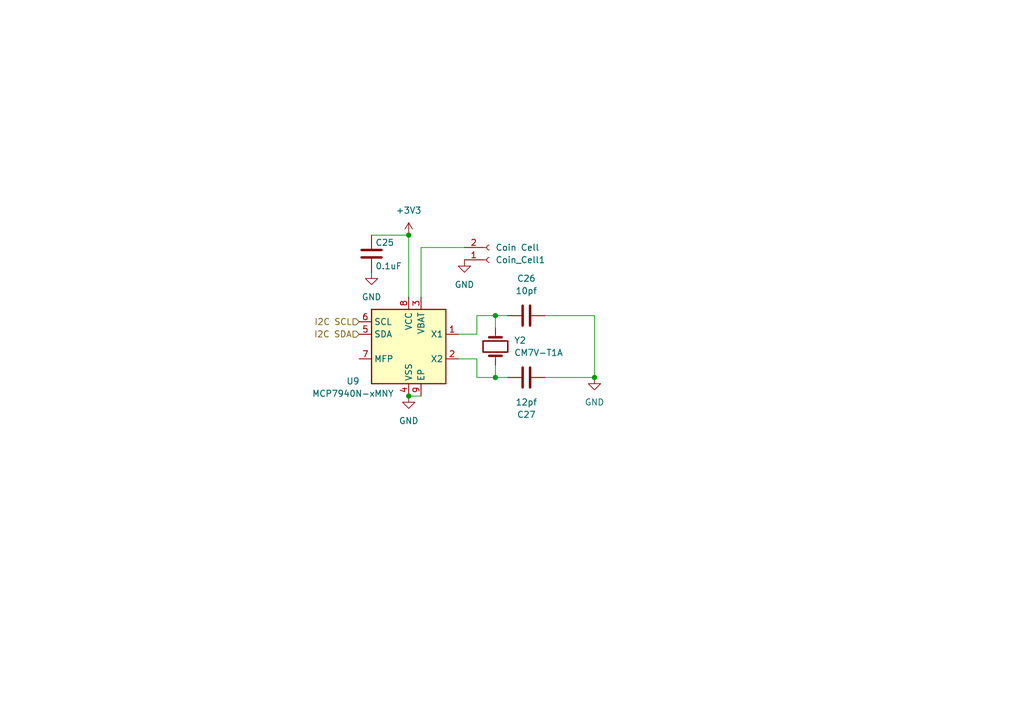
<source format=kicad_sch>
(kicad_sch (version 20250114) (generator "eeschema") (generator_version "9.0")
  (paper "A5")
  (lib_symbols
    (symbol "Connector:Conn_01x02_Socket" (pin_names (offset 1.016) (hide yes))
      (property "Reference" "J" (at 0 2.54 0))
      (property "Value" "Conn_01x02_Socket" (at 0 -5.08 0))
      (symbol "Conn_01x02_Socket_1_1"
        (polyline (pts (xy -1.27 0) (xy -0.508 0)) (stroke (width 0.1524)))
        (polyline (pts (xy -1.27 -2.54) (xy -0.508 -2.54)) (stroke (width 0.1524)))
        (arc (start 0 -0.508) (mid -0.5058 0) (end 0 0.508) (stroke (width 0.1524)))
        (arc (start 0 -3.048) (mid -0.5058 -2.54) (end 0 -2.032) (stroke (width 0.1524)))
        (pin passive line (at -5.08 0 0) (length 3.81) (name "Pin_1") (number "1"))
        (pin passive line (at -5.08 -2.54 0) (length 3.81) (name "Pin_2") (number "2"))
      )
    )
    (symbol "Device:C" (pin_numbers (hide yes)) (pin_names (offset 0.254))
      (property "Reference" "C" (at 0.635 2.54 0))
      (property "Value" "C" (at 0.635 -2.54 0))
      (symbol "C_0_1"
        (polyline (pts (xy -2.032 0.762) (xy 2.032 0.762)) (stroke (width 0.508)))
        (polyline (pts (xy -2.032 -0.762) (xy 2.032 -0.762)) (stroke (width 0.508)))
      )
      (symbol "C_1_1"
        (pin passive line (at 0 3.81 270) (length 2.794) (name "~") (number "1"))
        (pin passive line (at 0 -3.81 90) (length 2.794) (name "~") (number "2"))
      )
    )
    (symbol "Device:Crystal" (pin_numbers (hide yes)) (pin_names (offset 1.016) (hide yes))
      (property "Reference" "Y" (at 0 3.81 0))
      (property "Value" "Crystal" (at 0 -3.81 0))
      (symbol "Crystal_0_1"
        (polyline (pts (xy -2.54 0) (xy -1.905 0)))
        (polyline (pts (xy -1.905 -1.27) (xy -1.905 1.27)) (stroke (width 0.508)))
        (rectangle (start -1.143 2.54) (end 1.143 -2.54) (stroke (width 0.3048)))
        (polyline (pts (xy 1.905 -1.27) (xy 1.905 1.27)) (stroke (width 0.508)))
        (polyline (pts (xy 2.54 0) (xy 1.905 0)))
      )
      (symbol "Crystal_1_1"
        (pin passive line (at -3.81 0 0) (length 1.27) (name "1") (number "1"))
        (pin passive line (at 3.81 0 180) (length 1.27) (name "2") (number "2"))
      )
    )
    (symbol "Timer_RTC:MCP7940N-xMNY"
      (property "Reference" "U" (at -6.35 8.89 0))
      (property "Value" "MCP7940N-xMNY" (at 11.43 8.89 0))
      (symbol "MCP7940N-xMNY_0_1"
        (rectangle (start -7.62 7.62) (end 7.62 -7.62) (stroke (width 0.254)) (fill (type background)))
      )
      (symbol "MCP7940N-xMNY_1_1"
        (pin input line (at -10.16 5.08 0) (length 2.54) (name "SCL") (number "6"))
        (pin bidirectional line (at -10.16 2.54 0) (length 2.54) (name "SDA") (number "5"))
        (pin open_collector line (at -10.16 -2.54 0) (length 2.54) (name "MFP") (number "7"))
        (pin power_in line (at 0 10.16 270) (length 2.54) (name "VCC") (number "8"))
        (pin power_in line (at 0 -10.16 90) (length 2.54) (name "VSS") (number "4"))
        (pin power_in line (at 2.54 10.16 270) (length 2.54) (name "VBAT") (number "3"))
        (pin power_in line (at 2.54 -10.16 90) (length 2.54) (name "EP") (number "9"))
        (pin input line (at 10.16 2.54 180) (length 2.54) (name "X1") (number "1"))
        (pin output line (at 10.16 -2.54 180) (length 2.54) (name "X2") (number "2"))
      )
    )
    (symbol "power:+3V3" (power) (pin_numbers (hide yes)) (pin_names (offset 0) (hide yes))
      (property "Value" "+3V3" (at 0 3.556 0))
      (symbol "+3V3_0_1"
        (polyline (pts (xy -0.762 1.27) (xy 0 2.54)))
        (polyline (pts (xy 0 2.54) (xy 0.762 1.27)))
        (polyline (pts (xy 0 0) (xy 0 2.54)))
      )
      (symbol "+3V3_1_1"
        (pin power_in line (at 0 0 90) (length 0) (name "~") (number "1"))
      )
    )
    (symbol "power:GND" (power) (pin_numbers (hide yes)) (pin_names (offset 0) (hide yes))
      (property "Value" "GND" (at 0 -3.81 0))
      (symbol "GND_0_1"
        (polyline (pts (xy 0 0) (xy 0 -1.27) (xy 1.27 -1.27) (xy 0 -2.54) (xy -1.27 -1.27) (xy 0 -1.27)))
      )
      (symbol "GND_1_1"
        (pin power_in line (at 0 0 270) (length 0) (name "~") (number "1"))
      )
    )
  )
  (junction (at 121.92 77.47))
  (junction (at 101.6 77.47))
  (junction (at 83.82 48.26))
  (junction (at 101.6 64.77))
  (junction (at 83.82 81.28))
  (wire (pts (xy 111.76 77.47) (xy 121.92 77.47)))
  (wire (pts (xy 101.6 64.77) (xy 104.14 64.77)))
  (wire (pts (xy 101.6 77.47) (xy 104.14 77.47)))
  (wire (pts (xy 93.98 73.66) (xy 97.79 73.66)))
  (wire (pts (xy 97.79 73.66) (xy 97.79 77.47)))
  (wire (pts (xy 121.92 64.77) (xy 111.76 64.77)))
  (wire (pts (xy 101.6 74.93) (xy 101.6 77.47)))
  (wire (pts (xy 83.82 48.26) (xy 83.82 60.96)))
  (wire (pts (xy 101.6 64.77) (xy 101.6 67.31)))
  (wire (pts (xy 97.79 68.58) (xy 97.79 64.77)))
  (wire (pts (xy 83.82 81.28) (xy 86.36 81.28)))
  (wire (pts (xy 86.36 50.8) (xy 95.25 50.8)))
  (wire (pts (xy 97.79 77.47) (xy 101.6 77.47)))
  (wire (pts (xy 121.92 64.77) (xy 121.92 77.47)))
  (wire (pts (xy 93.98 68.58) (xy 97.79 68.58)))
  (wire (pts (xy 76.2 48.26) (xy 83.82 48.26)))
  (wire (pts (xy 97.79 64.77) (xy 101.6 64.77)))
  (wire (pts (xy 86.36 60.96) (xy 86.36 50.8)))
  (hierarchical_label "I2C SCL" (shape input) (at 73.66 66.04 180))
  (hierarchical_label "I2C SDA" (shape input) (at 73.66 68.58 180))
  (symbol (lib_id "power:GND") (at 121.92 77.47 0) (unit 1)
    (property "Reference" "#PWR072" (effects (hide yes)))
    (property "Value" "GND" (at 121.92 82.55 0))
    (property "Description" "Power symbol creates a global label with name \"GND\" , ground" (effects (hide yes)))
  )
  (symbol (lib_id "Device:C") (at 76.2 52.07 0) (unit 1)
    (property "Reference" "C25" (at 76.962 49.784 0) (effects (justify left)))
    (property "Value" "0.1uF" (at 76.962 54.61 0) (effects (justify left)))
    (property "Footprint" "Capacitor_SMD:C_0402_1005Metric_Pad0.74x0.62mm_HandSolder" (effects (hide yes)))
    (property "Description" "Unpolarized capacitor" (effects (hide yes)))
  )
  (symbol (lib_id "Timer_RTC:MCP7940N-xMNY") (at 83.82 71.12 0) (unit 1)
    (property "Reference" "U9" (at 72.39 78.232 0))
    (property "Value" "MCP7940N-xMNY" (at 72.39 80.772 0))
    (property "Footprint" "Package_DFN_QFN:DFN-8-1EP_3x2mm_P0.5mm_EP1.36x1.46mm" (effects (hide yes)))
    (property "Datasheet" "http://ww1.microchip.com/downloads/en/DeviceDoc/20005010F.pdf" (effects (hide yes)))
    (property "Description" "Real-Time Clock, I2C, Battery Backup, TDFN-8" (effects (hide yes)))
  )
  (symbol (lib_id "power:+3V3") (at 83.82 48.26 0) (unit 1)
    (property "Reference" "#PWR069" (effects (hide yes)))
    (property "Value" "+3V3" (at 83.82 43.18 0))
    (property "Description" "Power symbol creates a global label with name \"+3V3\"" (effects (hide yes)))
  )
  (symbol (lib_id "power:GND") (at 95.25 53.34 0) (unit 1)
    (property "Reference" "#PWR071" (effects (hide yes)))
    (property "Value" "GND" (at 95.25 58.42 0))
    (property "Description" "Power symbol creates a global label with name \"GND\" , ground" (effects (hide yes)))
  )
  (symbol (lib_id "Device:C") (at 107.95 77.47 90) (mirror x) (unit 1)
    (property "Reference" "C27" (at 107.95 85.09 90))
    (property "Value" "12pf" (at 107.95 82.55 90))
    (property "Footprint" "Capacitor_SMD:C_0402_1005Metric_Pad0.74x0.62mm_HandSolder" (effects (hide yes)))
    (property "Description" "Unpolarized capacitor" (effects (hide yes)))
  )
  (symbol (lib_id "power:GND") (at 76.2 55.88 0) (unit 1)
    (property "Reference" "#PWR068" (effects (hide yes)))
    (property "Value" "GND" (at 76.2 60.96 0))
    (property "Description" "Power symbol creates a global label with name \"GND\" , ground" (effects (hide yes)))
  )
  (symbol (lib_id "Device:Crystal") (at 101.6 71.12 270) (unit 1)
    (property "Reference" "Y2" (at 105.41 69.8499 90) (effects (justify left)))
    (property "Value" "CM7V-T1A" (at 105.41 72.3899 90) (effects (justify left)))
    (property "Footprint" "Crystal:Crystal_SMD_MicroCrystal_CC7V-T1A-2Pin_3.2x1.5mm_HandSoldering" (effects (hide yes)))
    (property "Description" "Two pin crystal" (effects (hide yes)))
  )
  (symbol (lib_id "Connector:Conn_01x02_Socket") (at 100.33 53.34 0) (mirror x) (unit 1)
    (property "Reference" "Coin_Cell1" (at 101.6 53.3401 0) (effects (justify left)))
    (property "Value" "Coin Cell" (at 101.6 50.8001 0) (effects (justify left)))
    (property "Footprint" "Connector_JST:JST_GH_SM02B-GHS-TB_1x02-1MP_P1.25mm_Horizontal" (effects (hide yes)))
    (property "Description" "Generic connector, single row, 01x02, script generated" (effects (hide yes)))
  )
  (symbol (lib_id "power:GND") (at 83.82 81.28 0) (unit 1)
    (property "Reference" "#PWR070" (effects (hide yes)))
    (property "Value" "GND" (at 83.82 86.36 0))
    (property "Description" "Power symbol creates a global label with name \"GND\" , ground" (effects (hide yes)))
  )
  (symbol (lib_id "Device:C") (at 107.95 64.77 90) (unit 1)
    (property "Reference" "C26" (at 107.95 57.15 90))
    (property "Value" "10pf" (at 107.95 59.69 90))
    (property "Footprint" "Capacitor_SMD:C_0402_1005Metric_Pad0.74x0.62mm_HandSolder" (effects (hide yes)))
    (property "Description" "Unpolarized capacitor" (effects (hide yes)))
  )
)
</source>
